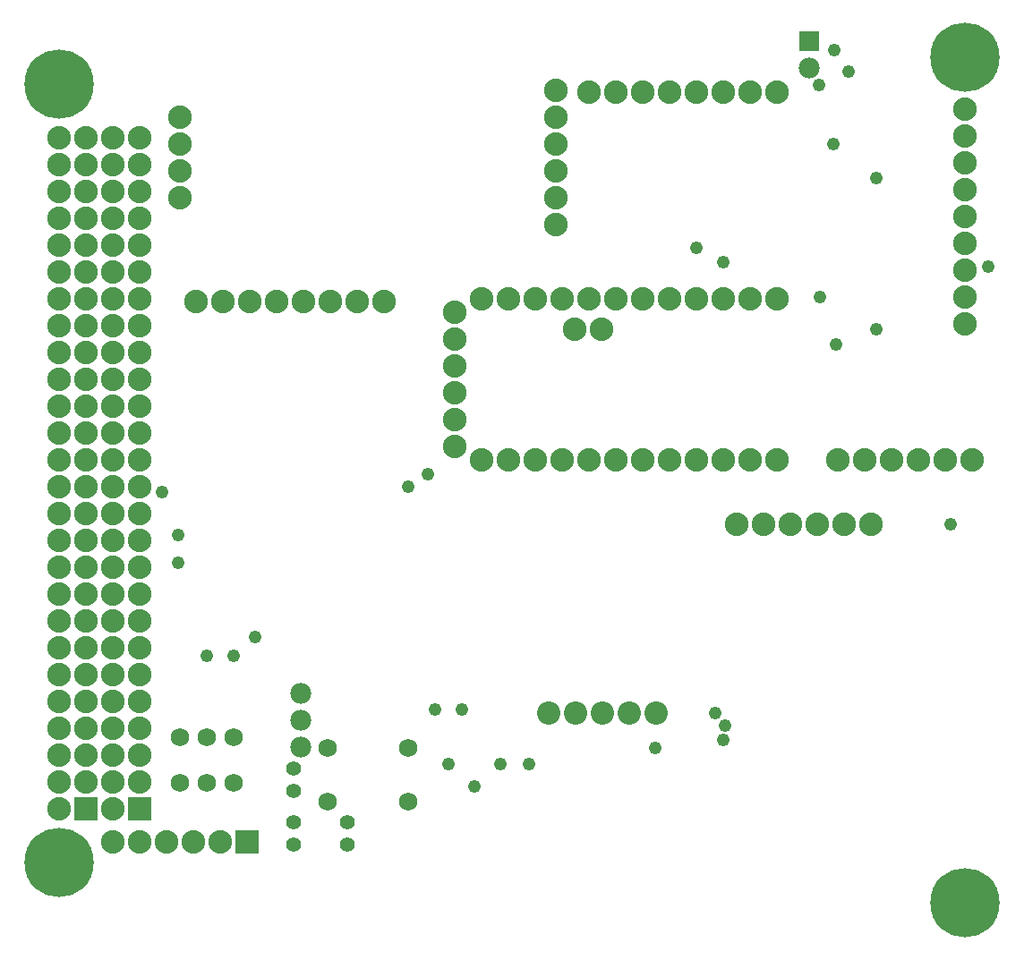
<source format=gbs>
G04 Layer_Color=16711935*
%FSLAX25Y25*%
%MOIN*%
G70*
G01*
G75*
%ADD36C,0.07800*%
%ADD37R,0.07800X0.07800*%
%ADD38C,0.08800*%
%ADD39C,0.08674*%
%ADD40C,0.05524*%
%ADD41C,0.06800*%
%ADD42R,0.08800X0.08800*%
%ADD43R,0.08800X0.08800*%
%ADD44C,0.04800*%
%ADD45C,0.25800*%
D36*
X-78000Y331000D02*
D03*
X-267500Y78000D02*
D03*
Y88000D02*
D03*
Y98000D02*
D03*
D37*
X-78000Y341000D02*
D03*
D38*
X-37500Y185000D02*
D03*
X-47500D02*
D03*
X-17500D02*
D03*
X-27500D02*
D03*
X-57500D02*
D03*
X-67500D02*
D03*
X-20000Y265500D02*
D03*
Y255500D02*
D03*
Y315500D02*
D03*
Y305500D02*
D03*
Y235500D02*
D03*
Y245500D02*
D03*
Y295500D02*
D03*
Y285500D02*
D03*
Y275500D02*
D03*
X-65000Y161000D02*
D03*
X-55000D02*
D03*
X-75000D02*
D03*
X-85000D02*
D03*
X-95000D02*
D03*
X-105000D02*
D03*
X-120000Y245000D02*
D03*
X-110000D02*
D03*
X-130000D02*
D03*
X-90000D02*
D03*
X-100000D02*
D03*
X-150000D02*
D03*
X-140000D02*
D03*
X-160000D02*
D03*
X-155500Y233500D02*
D03*
X-165500D02*
D03*
X-90000Y185000D02*
D03*
X-100000D02*
D03*
X-110000D02*
D03*
X-120000D02*
D03*
X-150000D02*
D03*
X-160000D02*
D03*
X-130000D02*
D03*
X-140000D02*
D03*
X-190000Y245000D02*
D03*
X-170000D02*
D03*
X-180000D02*
D03*
X-200000D02*
D03*
X-210000Y240000D02*
D03*
Y220000D02*
D03*
Y230000D02*
D03*
X-190000Y185000D02*
D03*
X-180000D02*
D03*
X-200000D02*
D03*
X-170000D02*
D03*
X-210000Y210000D02*
D03*
Y190000D02*
D03*
Y200000D02*
D03*
X-266500Y244000D02*
D03*
X-256500D02*
D03*
X-306500D02*
D03*
X-296500D02*
D03*
X-236500D02*
D03*
X-246500D02*
D03*
X-286500D02*
D03*
X-276500D02*
D03*
X-100000Y322000D02*
D03*
X-90000D02*
D03*
X-130000D02*
D03*
X-110000D02*
D03*
X-120000D02*
D03*
X-140000D02*
D03*
X-150000D02*
D03*
X-160000D02*
D03*
X-172500Y322500D02*
D03*
Y312500D02*
D03*
Y302500D02*
D03*
Y272500D02*
D03*
Y292500D02*
D03*
Y282500D02*
D03*
X-312500Y312500D02*
D03*
Y302500D02*
D03*
Y292500D02*
D03*
Y282500D02*
D03*
X-307500Y42500D02*
D03*
X-297500D02*
D03*
X-317500D02*
D03*
X-327500D02*
D03*
X-337500D02*
D03*
Y55000D02*
D03*
X-327500Y65000D02*
D03*
X-337500D02*
D03*
X-327500Y75000D02*
D03*
X-337500D02*
D03*
X-327500Y85000D02*
D03*
X-337500D02*
D03*
X-327500Y95000D02*
D03*
X-337500D02*
D03*
X-327500Y105000D02*
D03*
X-337500D02*
D03*
X-327500Y115000D02*
D03*
X-337500D02*
D03*
X-327500Y125000D02*
D03*
X-337500D02*
D03*
X-327500Y135000D02*
D03*
X-337500D02*
D03*
X-327500Y145000D02*
D03*
X-337500D02*
D03*
X-327500Y155000D02*
D03*
X-337500D02*
D03*
X-327500Y165000D02*
D03*
X-337500D02*
D03*
X-327500Y175000D02*
D03*
X-337500D02*
D03*
X-327500Y185000D02*
D03*
X-337500D02*
D03*
X-327500Y195000D02*
D03*
X-337500D02*
D03*
X-327500Y205000D02*
D03*
X-337500D02*
D03*
X-327500Y215000D02*
D03*
X-337500D02*
D03*
X-327500Y225000D02*
D03*
X-337500D02*
D03*
X-327500Y235000D02*
D03*
X-337500D02*
D03*
X-327500Y245000D02*
D03*
X-337500D02*
D03*
X-327500Y255000D02*
D03*
X-337500D02*
D03*
X-327500Y265000D02*
D03*
X-337500D02*
D03*
X-327500Y275000D02*
D03*
X-337500D02*
D03*
X-327500Y285000D02*
D03*
X-337500D02*
D03*
X-327500Y295000D02*
D03*
X-337500D02*
D03*
Y305000D02*
D03*
X-327500D02*
D03*
X-357500Y55000D02*
D03*
X-347500Y65000D02*
D03*
X-357500D02*
D03*
X-347500Y75000D02*
D03*
X-357500D02*
D03*
X-347500Y85000D02*
D03*
X-357500D02*
D03*
X-347500Y95000D02*
D03*
X-357500D02*
D03*
X-347500Y105000D02*
D03*
X-357500D02*
D03*
X-347500Y115000D02*
D03*
X-357500D02*
D03*
X-347500Y125000D02*
D03*
X-357500D02*
D03*
X-347500Y135000D02*
D03*
X-357500D02*
D03*
X-347500Y145000D02*
D03*
X-357500D02*
D03*
X-347500Y155000D02*
D03*
X-357500D02*
D03*
X-347500Y165000D02*
D03*
X-357500D02*
D03*
X-347500Y175000D02*
D03*
X-357500D02*
D03*
X-347500Y185000D02*
D03*
X-357500D02*
D03*
X-347500Y195000D02*
D03*
X-357500D02*
D03*
X-347500Y205000D02*
D03*
X-357500D02*
D03*
X-347500Y215000D02*
D03*
X-357500D02*
D03*
X-347500Y225000D02*
D03*
X-357500D02*
D03*
X-347500Y235000D02*
D03*
X-357500D02*
D03*
X-347500Y245000D02*
D03*
X-357500D02*
D03*
X-347500Y255000D02*
D03*
X-357500D02*
D03*
X-347500Y265000D02*
D03*
X-357500D02*
D03*
X-347500Y275000D02*
D03*
X-357500D02*
D03*
X-347500Y285000D02*
D03*
X-357500D02*
D03*
X-347500Y295000D02*
D03*
X-357500D02*
D03*
Y305000D02*
D03*
X-347500D02*
D03*
D39*
X-175000Y90500D02*
D03*
X-165000D02*
D03*
X-155000D02*
D03*
X-145000D02*
D03*
X-135000D02*
D03*
D40*
X-270000Y70000D02*
D03*
Y61732D02*
D03*
X-250000Y50000D02*
D03*
Y41732D02*
D03*
X-270000Y50000D02*
D03*
Y41732D02*
D03*
D41*
X-227500Y77500D02*
D03*
Y57500D02*
D03*
X-257500Y77500D02*
D03*
Y57500D02*
D03*
X-292500Y64700D02*
D03*
X-302500D02*
D03*
X-312500D02*
D03*
X-292500Y81500D02*
D03*
X-302500D02*
D03*
X-312500D02*
D03*
D42*
X-287500Y42500D02*
D03*
D43*
X-327500Y55000D02*
D03*
X-347500D02*
D03*
D44*
X-193000Y71500D02*
D03*
X-20000Y29500D02*
D03*
Y10500D02*
D03*
X-28000Y25000D02*
D03*
Y15000D02*
D03*
X-12000Y25000D02*
D03*
Y15000D02*
D03*
X-20000Y344500D02*
D03*
Y325500D02*
D03*
X-28000Y340000D02*
D03*
Y330000D02*
D03*
X-12000Y340000D02*
D03*
Y330000D02*
D03*
X-357500Y334500D02*
D03*
Y315500D02*
D03*
X-365500Y330000D02*
D03*
Y320000D02*
D03*
X-349500Y330000D02*
D03*
Y320000D02*
D03*
X-357400Y44500D02*
D03*
Y25500D02*
D03*
X-365400Y40000D02*
D03*
Y30000D02*
D03*
X-349400Y40000D02*
D03*
Y30000D02*
D03*
X-207500Y92000D02*
D03*
X-217500D02*
D03*
X-319000Y173000D02*
D03*
X-212500Y71500D02*
D03*
X-220000Y179500D02*
D03*
X-227500Y175000D02*
D03*
X-202899Y63359D02*
D03*
X-182500Y71500D02*
D03*
X-313000Y157000D02*
D03*
Y146500D02*
D03*
X-63610Y329610D02*
D03*
X-74500Y324500D02*
D03*
X-11500Y257000D02*
D03*
X-135500Y77500D02*
D03*
X-113000Y90500D02*
D03*
X-68000Y228000D02*
D03*
X-53000Y233500D02*
D03*
X-109500Y86000D02*
D03*
X-110000Y80500D02*
D03*
X-284500Y119000D02*
D03*
X-292500Y112000D02*
D03*
X-302500D02*
D03*
X-53000Y290000D02*
D03*
X-69000Y302500D02*
D03*
X-68768Y337732D02*
D03*
X-25500Y161000D02*
D03*
X-110000Y258500D02*
D03*
X-120000Y264000D02*
D03*
X-74000Y245500D02*
D03*
D45*
X-357500Y325000D02*
D03*
X-20000Y335000D02*
D03*
Y20000D02*
D03*
X-357500Y35000D02*
D03*
M02*

</source>
